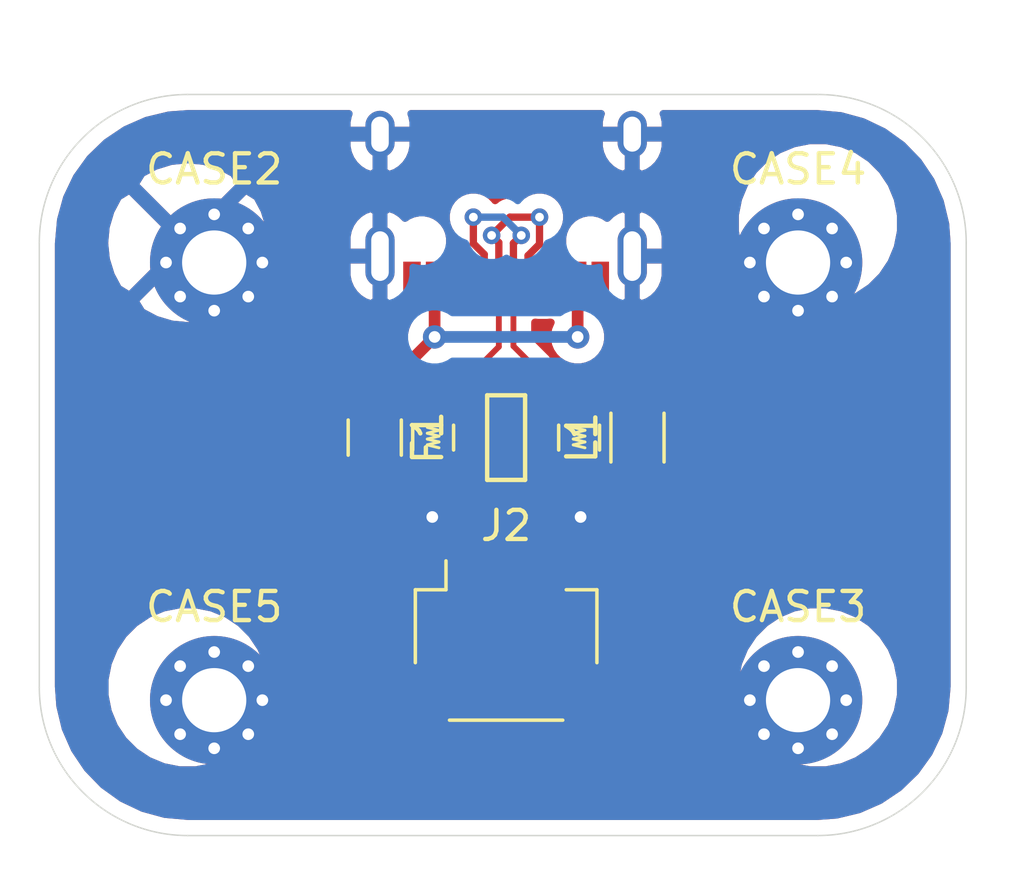
<source format=kicad_pcb>
(kicad_pcb (version 20171130) (host pcbnew "(5.1.10)-1")

  (general
    (thickness 0.8)
    (drawings 8)
    (tracks 43)
    (zones 0)
    (modules 11)
    (nets 14)
  )

  (page A3)
  (layers
    (0 F.Cu signal)
    (31 B.Cu signal)
    (32 B.Adhes user)
    (33 F.Adhes user)
    (34 B.Paste user)
    (35 F.Paste user)
    (36 B.SilkS user)
    (37 F.SilkS user)
    (38 B.Mask user)
    (39 F.Mask user)
    (40 Dwgs.User user)
    (41 Cmts.User user)
    (42 Eco1.User user)
    (43 Eco2.User user)
    (44 Edge.Cuts user)
    (45 Margin user)
    (46 B.CrtYd user)
    (47 F.CrtYd user hide)
    (48 B.Fab user)
    (49 F.Fab user hide)
  )

  (setup
    (last_trace_width 0.4)
    (user_trace_width 0.2)
    (user_trace_width 0.3)
    (user_trace_width 0.4)
    (user_trace_width 0.5)
    (user_trace_width 0.6)
    (user_trace_width 0.7)
    (user_trace_width 0.8)
    (user_trace_width 1)
    (user_trace_width 2)
    (user_trace_width 3)
    (trace_clearance 0.2)
    (zone_clearance 0.508)
    (zone_45_only no)
    (trace_min 0.2)
    (via_size 0.8)
    (via_drill 0.4)
    (via_min_size 0.4)
    (via_min_drill 0.3)
    (user_via 0.4 0.3)
    (user_via 0.6 0.3)
    (uvia_size 0.3)
    (uvia_drill 0.1)
    (uvias_allowed no)
    (uvia_min_size 0.2)
    (uvia_min_drill 0.1)
    (edge_width 0.05)
    (segment_width 0.2)
    (pcb_text_width 0.3)
    (pcb_text_size 1.5 1.5)
    (mod_edge_width 0.12)
    (mod_text_size 1 1)
    (mod_text_width 0.15)
    (pad_size 2.5 1.1)
    (pad_drill 0)
    (pad_to_mask_clearance 0)
    (aux_axis_origin 0 0)
    (visible_elements 7FFFF7FF)
    (pcbplotparams
      (layerselection 0x010fc_ffffffff)
      (usegerberextensions false)
      (usegerberattributes true)
      (usegerberadvancedattributes true)
      (creategerberjobfile true)
      (excludeedgelayer true)
      (linewidth 0.100000)
      (plotframeref false)
      (viasonmask false)
      (mode 1)
      (useauxorigin false)
      (hpglpennumber 1)
      (hpglpenspeed 20)
      (hpglpendiameter 15.000000)
      (psnegative false)
      (psa4output false)
      (plotreference true)
      (plotvalue true)
      (plotinvisibletext false)
      (padsonsilk false)
      (subtractmaskfromsilk false)
      (outputformat 1)
      (mirror false)
      (drillshape 1)
      (scaleselection 1)
      (outputdirectory ""))
  )

  (net 0 "")
  (net 1 GND)
  (net 2 +5V)
  (net 3 "Net-(F1-Pad1)")
  (net 4 "Net-(USB1-Pad3)")
  (net 5 "Net-(R107-Pad2)")
  (net 6 "Net-(USB1-Pad9)")
  (net 7 D+)
  (net 8 D-)
  (net 9 GNDPWR)
  (net 10 "Net-(CASE3-Pad1)")
  (net 11 "Net-(CASE4-Pad1)")
  (net 12 "Net-(CASE5-Pad1)")
  (net 13 "Net-(R1-Pad2)")

  (net_class Default "This is the default net class."
    (clearance 0.2)
    (trace_width 0.25)
    (via_dia 0.8)
    (via_drill 0.4)
    (uvia_dia 0.3)
    (uvia_drill 0.1)
    (add_net +5V)
    (add_net D+)
    (add_net D-)
    (add_net GND)
    (add_net GNDPWR)
    (add_net "Net-(CASE3-Pad1)")
    (add_net "Net-(CASE4-Pad1)")
    (add_net "Net-(CASE5-Pad1)")
    (add_net "Net-(F1-Pad1)")
    (add_net "Net-(R1-Pad2)")
    (add_net "Net-(R107-Pad2)")
    (add_net "Net-(USB1-Pad3)")
    (add_net "Net-(USB1-Pad9)")
  )

  (module sanproject-keyboard-part:R_0603 (layer F.Cu) (tedit 61520006) (tstamp 6160B8AC)
    (at 233.6292 109.0384 90)
    (descr "Resistor SMD 0603 (1608 Metric), square (rectangular) end terminal, IPC_7351 nominal, (Body size source: IPC-SM-782 page 72, https://www.pcb-3d.com/wordpress/wp-content/uploads/ipc-sm-782a_amendment_1_and_2.pdf), generated with kicad-footprint-generator")
    (tags resistor)
    (path /5B369C99)
    (attr smd)
    (fp_text reference R107 (at 0 -1.43 90) (layer F.Fab)
      (effects (font (size 1 1) (thickness 0.15)))
    )
    (fp_text value 5.1k (at 0 1.43 90) (layer F.Fab)
      (effects (font (size 1 1) (thickness 0.15)))
    )
    (fp_text user %R (at 0 0 90) (layer F.Fab)
      (effects (font (size 0.4 0.4) (thickness 0.06)))
    )
    (fp_line (start -0.8 0.4125) (end -0.8 -0.4125) (layer F.Fab) (width 0.1))
    (fp_line (start -0.8 -0.4125) (end 0.8 -0.4125) (layer F.Fab) (width 0.1))
    (fp_line (start 0.8 -0.4125) (end 0.8 0.4125) (layer F.Fab) (width 0.1))
    (fp_line (start 0.8 0.4125) (end -0.8 0.4125) (layer F.Fab) (width 0.1))
    (fp_line (start -0.425 -0.7) (end 0.425 -0.7) (layer F.SilkS) (width 0.12))
    (fp_line (start -0.425 0.7) (end 0.425 0.7) (layer F.SilkS) (width 0.12))
    (fp_line (start -1.48 0.73) (end -1.48 -0.73) (layer F.CrtYd) (width 0.05))
    (fp_line (start -1.48 -0.73) (end 1.48 -0.73) (layer F.CrtYd) (width 0.05))
    (fp_line (start 1.48 -0.73) (end 1.48 0.73) (layer F.CrtYd) (width 0.05))
    (fp_line (start 1.48 0.73) (end -1.48 0.73) (layer F.CrtYd) (width 0.05))
    (fp_line (start 0.25 0.2) (end 0.35 -0.2) (layer F.SilkS) (width 0.1))
    (fp_line (start -0.25 -0.2) (end -0.15 0.2) (layer F.SilkS) (width 0.1))
    (fp_line (start -0.35 0.2) (end -0.25 -0.2) (layer F.SilkS) (width 0.1))
    (fp_line (start -0.15 0.2) (end -0.05 -0.2) (layer F.SilkS) (width 0.1))
    (fp_line (start -0.05 -0.2) (end 0.05 0.2) (layer F.SilkS) (width 0.1))
    (fp_line (start 0.05 0.2) (end 0.15 -0.2) (layer F.SilkS) (width 0.1))
    (fp_line (start 0.15 -0.2) (end 0.25 0.2) (layer F.SilkS) (width 0.1))
    (pad 2 smd rect (at 0.825 0 90) (size 0.8 0.95) (layers F.Cu F.Paste F.Mask)
      (net 5 "Net-(R107-Pad2)"))
    (pad 1 smd rect (at -0.825 0 90) (size 0.8 0.95) (layers F.Cu F.Paste F.Mask)
      (net 9 GNDPWR))
    (model ${KISYS3DMOD}/Resistor_SMD.3dshapes/R_0603_1608Metric.wrl
      (at (xyz 0 0 0))
      (scale (xyz 1 1 1))
      (rotate (xyz 0 0 0))
    )
  )

  (module sanproject-keyboard-part:R_0603 (layer F.Cu) (tedit 61520006) (tstamp 6160CB85)
    (at 228.6292 109.0384 90)
    (descr "Resistor SMD 0603 (1608 Metric), square (rectangular) end terminal, IPC_7351 nominal, (Body size source: IPC-SM-782 page 72, https://www.pcb-3d.com/wordpress/wp-content/uploads/ipc-sm-782a_amendment_1_and_2.pdf), generated with kicad-footprint-generator")
    (tags resistor)
    (path /6165F6E9)
    (attr smd)
    (fp_text reference R1 (at 0 -1.43 90) (layer F.Fab)
      (effects (font (size 1 1) (thickness 0.15)))
    )
    (fp_text value 5.1k (at 0 1.43 90) (layer F.Fab)
      (effects (font (size 1 1) (thickness 0.15)))
    )
    (fp_text user %R (at 0 0 90) (layer F.Fab)
      (effects (font (size 0.4 0.4) (thickness 0.06)))
    )
    (fp_line (start -0.8 0.4125) (end -0.8 -0.4125) (layer F.Fab) (width 0.1))
    (fp_line (start -0.8 -0.4125) (end 0.8 -0.4125) (layer F.Fab) (width 0.1))
    (fp_line (start 0.8 -0.4125) (end 0.8 0.4125) (layer F.Fab) (width 0.1))
    (fp_line (start 0.8 0.4125) (end -0.8 0.4125) (layer F.Fab) (width 0.1))
    (fp_line (start -0.425 -0.7) (end 0.425 -0.7) (layer F.SilkS) (width 0.12))
    (fp_line (start -0.425 0.7) (end 0.425 0.7) (layer F.SilkS) (width 0.12))
    (fp_line (start -1.48 0.73) (end -1.48 -0.73) (layer F.CrtYd) (width 0.05))
    (fp_line (start -1.48 -0.73) (end 1.48 -0.73) (layer F.CrtYd) (width 0.05))
    (fp_line (start 1.48 -0.73) (end 1.48 0.73) (layer F.CrtYd) (width 0.05))
    (fp_line (start 1.48 0.73) (end -1.48 0.73) (layer F.CrtYd) (width 0.05))
    (fp_line (start 0.25 0.2) (end 0.35 -0.2) (layer F.SilkS) (width 0.1))
    (fp_line (start -0.25 -0.2) (end -0.15 0.2) (layer F.SilkS) (width 0.1))
    (fp_line (start -0.35 0.2) (end -0.25 -0.2) (layer F.SilkS) (width 0.1))
    (fp_line (start -0.15 0.2) (end -0.05 -0.2) (layer F.SilkS) (width 0.1))
    (fp_line (start -0.05 -0.2) (end 0.05 0.2) (layer F.SilkS) (width 0.1))
    (fp_line (start 0.05 0.2) (end 0.15 -0.2) (layer F.SilkS) (width 0.1))
    (fp_line (start 0.15 -0.2) (end 0.25 0.2) (layer F.SilkS) (width 0.1))
    (pad 2 smd rect (at 0.825 0 90) (size 0.8 0.95) (layers F.Cu F.Paste F.Mask)
      (net 13 "Net-(R1-Pad2)"))
    (pad 1 smd rect (at -0.825 0 90) (size 0.8 0.95) (layers F.Cu F.Paste F.Mask)
      (net 9 GNDPWR))
    (model ${KISYS3DMOD}/Resistor_SMD.3dshapes/R_0603_1608Metric.wrl
      (at (xyz 0 0 0))
      (scale (xyz 1 1 1))
      (rotate (xyz 0 0 0))
    )
  )

  (module Inductor_SMD:L_1206_3216Metric (layer F.Cu) (tedit 5F68FEF0) (tstamp 6160CF6C)
    (at 235.6292 109.0384 90)
    (descr "Inductor SMD 1206 (3216 Metric), square (rectangular) end terminal, IPC_7351 nominal, (Body size source: IPC-SM-782 page 80, https://www.pcb-3d.com/wordpress/wp-content/uploads/ipc-sm-782a_amendment_1_and_2.pdf), generated with kicad-footprint-generator")
    (tags inductor)
    (path /61640991)
    (attr smd)
    (fp_text reference L1 (at 0 -1.9 90) (layer F.SilkS)
      (effects (font (size 1 1) (thickness 0.15)))
    )
    (fp_text value L_Core_Ferrite (at 0 1.9 90) (layer F.Fab)
      (effects (font (size 1 1) (thickness 0.15)))
    )
    (fp_text user %R (at 0 0 90) (layer F.Fab)
      (effects (font (size 0.8 0.8) (thickness 0.12)))
    )
    (fp_line (start -1.6 0.8) (end -1.6 -0.8) (layer F.Fab) (width 0.1))
    (fp_line (start -1.6 -0.8) (end 1.6 -0.8) (layer F.Fab) (width 0.1))
    (fp_line (start 1.6 -0.8) (end 1.6 0.8) (layer F.Fab) (width 0.1))
    (fp_line (start 1.6 0.8) (end -1.6 0.8) (layer F.Fab) (width 0.1))
    (fp_line (start -0.835242 -0.91) (end 0.835242 -0.91) (layer F.SilkS) (width 0.12))
    (fp_line (start -0.835242 0.91) (end 0.835242 0.91) (layer F.SilkS) (width 0.12))
    (fp_line (start -2.35 1.2) (end -2.35 -1.2) (layer F.CrtYd) (width 0.05))
    (fp_line (start -2.35 -1.2) (end 2.35 -1.2) (layer F.CrtYd) (width 0.05))
    (fp_line (start 2.35 -1.2) (end 2.35 1.2) (layer F.CrtYd) (width 0.05))
    (fp_line (start 2.35 1.2) (end -2.35 1.2) (layer F.CrtYd) (width 0.05))
    (pad 2 smd roundrect (at 1.575 0 90) (size 1.05 1.9) (layers F.Cu F.Paste F.Mask) (roundrect_rratio 0.238095)
      (net 9 GNDPWR))
    (pad 1 smd roundrect (at -1.575 0 90) (size 1.05 1.9) (layers F.Cu F.Paste F.Mask) (roundrect_rratio 0.238095)
      (net 1 GND))
    (model ${KISYS3DMOD}/Inductor_SMD.3dshapes/L_1206_3216Metric.wrl
      (at (xyz 0 0 0))
      (scale (xyz 1 1 1))
      (rotate (xyz 0 0 0))
    )
  )

  (module Fuse:Fuse_1206_3216Metric (layer F.Cu) (tedit 5F68FEF1) (tstamp 6160B860)
    (at 226.6292 109.0384 270)
    (descr "Fuse SMD 1206 (3216 Metric), square (rectangular) end terminal, IPC_7351 nominal, (Body size source: http://www.tortai-tech.com/upload/download/2011102023233369053.pdf), generated with kicad-footprint-generator")
    (tags fuse)
    (path /60FCA2D6)
    (attr smd)
    (fp_text reference F1 (at 0 -1.82 90) (layer F.SilkS)
      (effects (font (size 1 1) (thickness 0.15)))
    )
    (fp_text value "1206 @ 500mA" (at 0 1.82 90) (layer F.Fab)
      (effects (font (size 1 1) (thickness 0.15)))
    )
    (fp_text user %R (at 0 0 90) (layer F.Fab)
      (effects (font (size 0.8 0.8) (thickness 0.12)))
    )
    (fp_line (start -1.6 0.8) (end -1.6 -0.8) (layer F.Fab) (width 0.1))
    (fp_line (start -1.6 -0.8) (end 1.6 -0.8) (layer F.Fab) (width 0.1))
    (fp_line (start 1.6 -0.8) (end 1.6 0.8) (layer F.Fab) (width 0.1))
    (fp_line (start 1.6 0.8) (end -1.6 0.8) (layer F.Fab) (width 0.1))
    (fp_line (start -0.602064 -0.91) (end 0.602064 -0.91) (layer F.SilkS) (width 0.12))
    (fp_line (start -0.602064 0.91) (end 0.602064 0.91) (layer F.SilkS) (width 0.12))
    (fp_line (start -2.28 1.12) (end -2.28 -1.12) (layer F.CrtYd) (width 0.05))
    (fp_line (start -2.28 -1.12) (end 2.28 -1.12) (layer F.CrtYd) (width 0.05))
    (fp_line (start 2.28 -1.12) (end 2.28 1.12) (layer F.CrtYd) (width 0.05))
    (fp_line (start 2.28 1.12) (end -2.28 1.12) (layer F.CrtYd) (width 0.05))
    (pad 2 smd roundrect (at 1.4 0 270) (size 1.25 1.75) (layers F.Cu F.Paste F.Mask) (roundrect_rratio 0.2)
      (net 2 +5V))
    (pad 1 smd roundrect (at -1.4 0 270) (size 1.25 1.75) (layers F.Cu F.Paste F.Mask) (roundrect_rratio 0.2)
      (net 3 "Net-(F1-Pad1)"))
    (model ${KISYS3DMOD}/Fuse.3dshapes/Fuse_1206_3216Metric.wrl
      (at (xyz 0 0 0))
      (scale (xyz 1 1 1))
      (rotate (xyz 0 0 0))
    )
  )

  (module sanproject-keyboard-part:HRO-TYPE-C-31-M-12-Assembly (layer F.Cu) (tedit 615202D9) (tstamp 61604F0E)
    (at 231.1292 96.0384 180)
    (path /5B361237)
    (fp_text reference USB1 (at 0 -9.25) (layer F.Fab)
      (effects (font (size 1 1) (thickness 0.15)))
    )
    (fp_text value HRO-TYPE-C-31-M-12 (at 0 1.15) (layer Dwgs.User)
      (effects (font (size 1 1) (thickness 0.15)))
    )
    (fp_text user %R (at 0 -9.25) (layer F.Fab)
      (effects (font (size 1 1) (thickness 0.15)))
    )
    (fp_line (start 3.75 -8.5) (end 3.75 -7.5) (layer F.CrtYd) (width 0.15))
    (fp_line (start -3.75 -8.5) (end 3.75 -8.5) (layer F.CrtYd) (width 0.15))
    (fp_line (start -3.75 -7.5) (end -3.75 -8.5) (layer F.CrtYd) (width 0.15))
    (fp_line (start -4.5 0) (end -4.5 -7.5) (layer F.CrtYd) (width 0.15))
    (fp_line (start 4.5 0) (end -4.5 0) (layer F.CrtYd) (width 0.15))
    (fp_line (start 4.5 -7.5) (end 4.5 0) (layer F.CrtYd) (width 0.15))
    (fp_line (start -4.5 -7.5) (end 4.5 -7.5) (layer F.CrtYd) (width 0.15))
    (fp_line (start -4.47 0) (end 4.47 0) (layer Dwgs.User) (width 0.15))
    (fp_line (start -4.47 0) (end -4.47 -7.3) (layer Dwgs.User) (width 0.15))
    (fp_line (start 4.47 0) (end 4.47 -7.3) (layer Dwgs.User) (width 0.15))
    (fp_line (start -4.47 -7.3) (end 4.47 -7.3) (layer Dwgs.User) (width 0.15))
    (pad 12 smd rect (at 3.225 -7.695 180) (size 0.6 1.45) (layers F.Cu F.Paste F.Mask)
      (net 9 GNDPWR))
    (pad 1 smd rect (at -3.225 -7.695 180) (size 0.6 1.45) (layers F.Cu F.Paste F.Mask)
      (net 9 GNDPWR))
    (pad 11 smd rect (at 2.45 -7.695 180) (size 0.6 1.45) (layers F.Cu F.Paste F.Mask)
      (net 3 "Net-(F1-Pad1)"))
    (pad 2 smd rect (at -2.45 -7.695 180) (size 0.6 1.45) (layers F.Cu F.Paste F.Mask)
      (net 3 "Net-(F1-Pad1)"))
    (pad 3 smd rect (at -1.75 -7.695 180) (size 0.3 1.45) (layers F.Cu F.Paste F.Mask)
      (net 4 "Net-(USB1-Pad3)"))
    (pad 10 smd rect (at 1.75 -7.695 180) (size 0.3 1.45) (layers F.Cu F.Paste F.Mask)
      (net 13 "Net-(R1-Pad2)"))
    (pad 4 smd rect (at -1.25 -7.695 180) (size 0.3 1.45) (layers F.Cu F.Paste F.Mask)
      (net 5 "Net-(R107-Pad2)"))
    (pad 9 smd rect (at 1.25 -7.695 180) (size 0.3 1.45) (layers F.Cu F.Paste F.Mask)
      (net 6 "Net-(USB1-Pad9)"))
    (pad 5 smd rect (at -0.75 -7.695 180) (size 0.3 1.45) (layers F.Cu F.Paste F.Mask)
      (net 8 D-))
    (pad 8 smd rect (at 0.75 -7.695 180) (size 0.3 1.45) (layers F.Cu F.Paste F.Mask)
      (net 7 D+))
    (pad 7 smd rect (at 0.25 -7.695 180) (size 0.3 1.45) (layers F.Cu F.Paste F.Mask)
      (net 8 D-))
    (pad 6 smd rect (at -0.25 -7.695 180) (size 0.3 1.45) (layers F.Cu F.Paste F.Mask)
      (net 7 D+))
    (pad "" np_thru_hole circle (at 2.89 -6.25 180) (size 0.65 0.65) (drill 0.65) (layers *.Cu *.Mask))
    (pad "" np_thru_hole circle (at -2.89 -6.25 180) (size 0.65 0.65) (drill 0.65) (layers *.Cu *.Mask))
    (pad 13 thru_hole oval (at -4.32 -6.78 180) (size 1 2.1) (drill oval 0.6 1.7) (layers *.Cu *.Mask)
      (net 9 GNDPWR))
    (pad 13 thru_hole oval (at 4.32 -6.78 180) (size 1 2.1) (drill oval 0.6 1.7) (layers *.Cu *.Mask)
      (net 9 GNDPWR))
    (pad 13 thru_hole oval (at -4.32 -2.6 180) (size 1 1.6) (drill oval 0.6 1.2) (layers *.Cu *.Mask)
      (net 9 GNDPWR))
    (pad 13 thru_hole oval (at 4.32 -2.6 180) (size 1 1.6) (drill oval 0.6 1.2) (layers *.Cu *.Mask)
      (net 9 GNDPWR))
  )

  (module sanproject-keyboard-part:SOT143B (layer F.Cu) (tedit 6152033F) (tstamp 61604EEC)
    (at 231.1292 109.0384 180)
    (path /5F3898FF)
    (attr smd)
    (fp_text reference U5 (at 0 2.45) (layer F.Fab)
      (effects (font (size 1 1) (thickness 0.15)))
    )
    (fp_text value PRTR5V0U2X (at 0 -2.3) (layer F.Fab)
      (effects (font (size 1 1) (thickness 0.15)))
    )
    (fp_line (start 0.65 -1.45) (end 0.65 1.45) (layer F.SilkS) (width 0.15))
    (fp_line (start 0.65 -1.45) (end -0.65 -1.45) (layer F.SilkS) (width 0.15))
    (fp_line (start -0.65 -1.45) (end -0.65 1.45) (layer F.SilkS) (width 0.15))
    (fp_line (start -0.65 1.45) (end 0.65 1.45) (layer F.SilkS) (width 0.15))
    (fp_line (start 1.45 -1.45) (end 1.45 1.45) (layer F.Fab) (width 0.15))
    (fp_line (start 1.45 1.45) (end -1.45 1.45) (layer F.Fab) (width 0.15))
    (fp_line (start -1.45 1.45) (end -1.45 -1.45) (layer F.Fab) (width 0.15))
    (fp_line (start -1.45 -1.45) (end 1.45 -1.45) (layer F.Fab) (width 0.15))
    (fp_line (start 0.65 -1.45) (end 0.65 1.45) (layer F.Fab) (width 0.15))
    (fp_line (start -0.65 1.45) (end -0.65 -1.45) (layer F.Fab) (width 0.15))
    (fp_line (start -0.65 -0.1) (end -1.45 -0.1) (layer F.Fab) (width 0.15))
    (fp_line (start -1.45 0.55) (end -0.65 0.55) (layer F.Fab) (width 0.15))
    (fp_line (start 0.65 -0.55) (end 1.45 -0.55) (layer F.Fab) (width 0.15))
    (fp_line (start 1.45 0.55) (end 0.65 0.55) (layer F.Fab) (width 0.15))
    (pad 1 smd rect (at -1 -0.75 90) (size 1 0.7) (layers F.Cu F.Paste F.Mask)
      (net 9 GNDPWR))
    (pad 4 smd rect (at 1 -0.95 90) (size 0.6 0.7) (layers F.Cu F.Paste F.Mask)
      (net 2 +5V))
    (pad 2 smd rect (at -1 0.95 90) (size 0.6 0.7) (layers F.Cu F.Paste F.Mask)
      (net 7 D+))
    (pad 3 smd rect (at 1 0.95 90) (size 0.6 0.7) (layers F.Cu F.Paste F.Mask)
      (net 8 D-))
    (model ${KISYS3DMOD}/Package_TO_SOT_SMD.3dshapes/SOT-143.step
      (at (xyz 0 0 0))
      (scale (xyz 1 1 1))
      (rotate (xyz 0 0 0))
    )
  )

  (module Connector_JST:JST_SH_SM04B-SRSS-TB_1x04-1MP_P1.00mm_Horizontal (layer F.Cu) (tedit 5B78AD87) (tstamp 612E7F77)
    (at 231.1292 116.0384)
    (descr "JST SH series connector, SM04B-SRSS-TB (http://www.jst-mfg.com/product/pdf/eng/eSH.pdf), generated with kicad-footprint-generator")
    (tags "connector JST SH top entry")
    (path /61428FBB)
    (attr smd)
    (fp_text reference J2 (at 0 -3.98) (layer F.SilkS)
      (effects (font (size 1 1) (thickness 0.15)))
    )
    (fp_text value 4P4C (at 0 3.98) (layer F.Fab)
      (effects (font (size 1 1) (thickness 0.15)))
    )
    (fp_line (start -3 -1.675) (end 3 -1.675) (layer F.Fab) (width 0.1))
    (fp_line (start -3.11 0.715) (end -3.11 -1.785) (layer F.SilkS) (width 0.12))
    (fp_line (start -3.11 -1.785) (end -2.06 -1.785) (layer F.SilkS) (width 0.12))
    (fp_line (start -2.06 -1.785) (end -2.06 -2.775) (layer F.SilkS) (width 0.12))
    (fp_line (start 3.11 0.715) (end 3.11 -1.785) (layer F.SilkS) (width 0.12))
    (fp_line (start 3.11 -1.785) (end 2.06 -1.785) (layer F.SilkS) (width 0.12))
    (fp_line (start -1.94 2.685) (end 1.94 2.685) (layer F.SilkS) (width 0.12))
    (fp_line (start -3 2.575) (end 3 2.575) (layer F.Fab) (width 0.1))
    (fp_line (start -3 -1.675) (end -3 2.575) (layer F.Fab) (width 0.1))
    (fp_line (start 3 -1.675) (end 3 2.575) (layer F.Fab) (width 0.1))
    (fp_line (start -3.9 -3.28) (end -3.9 3.28) (layer F.CrtYd) (width 0.05))
    (fp_line (start -3.9 3.28) (end 3.9 3.28) (layer F.CrtYd) (width 0.05))
    (fp_line (start 3.9 3.28) (end 3.9 -3.28) (layer F.CrtYd) (width 0.05))
    (fp_line (start 3.9 -3.28) (end -3.9 -3.28) (layer F.CrtYd) (width 0.05))
    (fp_line (start -2 -1.675) (end -1.5 -0.967893) (layer F.Fab) (width 0.1))
    (fp_line (start -1.5 -0.967893) (end -1 -1.675) (layer F.Fab) (width 0.1))
    (fp_text user %R (at 0 0) (layer F.Fab)
      (effects (font (size 1 1) (thickness 0.15)))
    )
    (pad MP smd roundrect (at 2.8 1.875) (size 1.2 1.8) (layers F.Cu F.Paste F.Mask) (roundrect_rratio 0.208333))
    (pad MP smd roundrect (at -2.8 1.875) (size 1.2 1.8) (layers F.Cu F.Paste F.Mask) (roundrect_rratio 0.208333))
    (pad 4 smd roundrect (at 1.5 -2) (size 0.6 1.55) (layers F.Cu F.Paste F.Mask) (roundrect_rratio 0.25)
      (net 1 GND))
    (pad 3 smd roundrect (at 0.5 -2) (size 0.6 1.55) (layers F.Cu F.Paste F.Mask) (roundrect_rratio 0.25)
      (net 8 D-))
    (pad 2 smd roundrect (at -0.5 -2) (size 0.6 1.55) (layers F.Cu F.Paste F.Mask) (roundrect_rratio 0.25)
      (net 8 D-))
    (pad 1 smd roundrect (at -1.5 -2) (size 0.6 1.55) (layers F.Cu F.Paste F.Mask) (roundrect_rratio 0.25)
      (net 2 +5V))
    (model ${KISYS3DMOD}/Connector_JST.3dshapes/JST_SH_SM04B-SRSS-TB_1x04-1MP_P1.00mm_Horizontal.wrl
      (at (xyz 0 0 0))
      (scale (xyz 1 1 1))
      (rotate (xyz 0 0 0))
    )
    (model "D:/Kicad/3D step/SM04B-SRSS-TB.STEP"
      (offset (xyz 0 1.3 -0.5))
      (scale (xyz 1 1 1))
      (rotate (xyz -90 0 0))
    )
  )

  (module MountingHole:MountingHole_2.2mm_M2_Pad_Via (layer F.Cu) (tedit 56DDB9C7) (tstamp 612E1342)
    (at 221.1292 103.0384)
    (descr "Mounting Hole 2.2mm, M2")
    (tags "mounting hole 2.2mm m2")
    (path /61E1F1C4)
    (attr virtual)
    (fp_text reference CASE2 (at 0 -3.2) (layer F.SilkS)
      (effects (font (size 1 1) (thickness 0.15)))
    )
    (fp_text value "ESD inrush" (at 0 3.2) (layer F.Fab)
      (effects (font (size 1 1) (thickness 0.15)))
    )
    (fp_circle (center 0 0) (end 2.2 0) (layer Cmts.User) (width 0.15))
    (fp_circle (center 0 0) (end 2.45 0) (layer F.CrtYd) (width 0.05))
    (fp_text user %R (at 0.3 0) (layer F.Fab)
      (effects (font (size 1 1) (thickness 0.15)))
    )
    (pad 1 thru_hole circle (at 0 0) (size 4.4 4.4) (drill 2.2) (layers *.Cu *.Mask)
      (net 9 GNDPWR))
    (pad 1 thru_hole circle (at 1.65 0) (size 0.7 0.7) (drill 0.4) (layers *.Cu *.Mask)
      (net 9 GNDPWR))
    (pad 1 thru_hole circle (at 1.166726 1.166726) (size 0.7 0.7) (drill 0.4) (layers *.Cu *.Mask)
      (net 9 GNDPWR))
    (pad 1 thru_hole circle (at 0 1.65) (size 0.7 0.7) (drill 0.4) (layers *.Cu *.Mask)
      (net 9 GNDPWR))
    (pad 1 thru_hole circle (at -1.166726 1.166726) (size 0.7 0.7) (drill 0.4) (layers *.Cu *.Mask)
      (net 9 GNDPWR))
    (pad 1 thru_hole circle (at -1.65 0) (size 0.7 0.7) (drill 0.4) (layers *.Cu *.Mask)
      (net 9 GNDPWR))
    (pad 1 thru_hole circle (at -1.166726 -1.166726) (size 0.7 0.7) (drill 0.4) (layers *.Cu *.Mask)
      (net 9 GNDPWR))
    (pad 1 thru_hole circle (at 0 -1.65) (size 0.7 0.7) (drill 0.4) (layers *.Cu *.Mask)
      (net 9 GNDPWR))
    (pad 1 thru_hole circle (at 1.166726 -1.166726) (size 0.7 0.7) (drill 0.4) (layers *.Cu *.Mask)
      (net 9 GNDPWR))
  )

  (module MountingHole:MountingHole_2.2mm_M2_Pad_Via (layer F.Cu) (tedit 56DDB9C7) (tstamp 612E1362)
    (at 241.1292 103.0384)
    (descr "Mounting Hole 2.2mm, M2")
    (tags "mounting hole 2.2mm m2")
    (path /62104684)
    (attr virtual)
    (fp_text reference CASE4 (at 0 -3.2) (layer F.SilkS)
      (effects (font (size 1 1) (thickness 0.15)))
    )
    (fp_text value "ESD inrush" (at 0 3.2) (layer F.Fab)
      (effects (font (size 1 1) (thickness 0.15)))
    )
    (fp_circle (center 0 0) (end 2.2 0) (layer Cmts.User) (width 0.15))
    (fp_circle (center 0 0) (end 2.45 0) (layer F.CrtYd) (width 0.05))
    (fp_text user %R (at 0.3 0) (layer F.Fab)
      (effects (font (size 1 1) (thickness 0.15)))
    )
    (pad 1 thru_hole circle (at 0 0) (size 4.4 4.4) (drill 2.2) (layers *.Cu *.Mask)
      (net 11 "Net-(CASE4-Pad1)"))
    (pad 1 thru_hole circle (at 1.65 0) (size 0.7 0.7) (drill 0.4) (layers *.Cu *.Mask)
      (net 11 "Net-(CASE4-Pad1)"))
    (pad 1 thru_hole circle (at 1.166726 1.166726) (size 0.7 0.7) (drill 0.4) (layers *.Cu *.Mask)
      (net 11 "Net-(CASE4-Pad1)"))
    (pad 1 thru_hole circle (at 0 1.65) (size 0.7 0.7) (drill 0.4) (layers *.Cu *.Mask)
      (net 11 "Net-(CASE4-Pad1)"))
    (pad 1 thru_hole circle (at -1.166726 1.166726) (size 0.7 0.7) (drill 0.4) (layers *.Cu *.Mask)
      (net 11 "Net-(CASE4-Pad1)"))
    (pad 1 thru_hole circle (at -1.65 0) (size 0.7 0.7) (drill 0.4) (layers *.Cu *.Mask)
      (net 11 "Net-(CASE4-Pad1)"))
    (pad 1 thru_hole circle (at -1.166726 -1.166726) (size 0.7 0.7) (drill 0.4) (layers *.Cu *.Mask)
      (net 11 "Net-(CASE4-Pad1)"))
    (pad 1 thru_hole circle (at 0 -1.65) (size 0.7 0.7) (drill 0.4) (layers *.Cu *.Mask)
      (net 11 "Net-(CASE4-Pad1)"))
    (pad 1 thru_hole circle (at 1.166726 -1.166726) (size 0.7 0.7) (drill 0.4) (layers *.Cu *.Mask)
      (net 11 "Net-(CASE4-Pad1)"))
  )

  (module MountingHole:MountingHole_2.2mm_M2_Pad_Via (layer F.Cu) (tedit 56DDB9C7) (tstamp 612E1352)
    (at 241.1292 118.0384)
    (descr "Mounting Hole 2.2mm, M2")
    (tags "mounting hole 2.2mm m2")
    (path /620BA0F2)
    (attr virtual)
    (fp_text reference CASE3 (at 0 -3.2) (layer F.SilkS)
      (effects (font (size 1 1) (thickness 0.15)))
    )
    (fp_text value "ESD inrush" (at 0 3.2) (layer F.Fab)
      (effects (font (size 1 1) (thickness 0.15)))
    )
    (fp_circle (center 0 0) (end 2.2 0) (layer Cmts.User) (width 0.15))
    (fp_circle (center 0 0) (end 2.45 0) (layer F.CrtYd) (width 0.05))
    (fp_text user %R (at 0.3 0) (layer F.Fab)
      (effects (font (size 1 1) (thickness 0.15)))
    )
    (pad 1 thru_hole circle (at 0 0) (size 4.4 4.4) (drill 2.2) (layers *.Cu *.Mask)
      (net 10 "Net-(CASE3-Pad1)"))
    (pad 1 thru_hole circle (at 1.65 0) (size 0.7 0.7) (drill 0.4) (layers *.Cu *.Mask)
      (net 10 "Net-(CASE3-Pad1)"))
    (pad 1 thru_hole circle (at 1.166726 1.166726) (size 0.7 0.7) (drill 0.4) (layers *.Cu *.Mask)
      (net 10 "Net-(CASE3-Pad1)"))
    (pad 1 thru_hole circle (at 0 1.65) (size 0.7 0.7) (drill 0.4) (layers *.Cu *.Mask)
      (net 10 "Net-(CASE3-Pad1)"))
    (pad 1 thru_hole circle (at -1.166726 1.166726) (size 0.7 0.7) (drill 0.4) (layers *.Cu *.Mask)
      (net 10 "Net-(CASE3-Pad1)"))
    (pad 1 thru_hole circle (at -1.65 0) (size 0.7 0.7) (drill 0.4) (layers *.Cu *.Mask)
      (net 10 "Net-(CASE3-Pad1)"))
    (pad 1 thru_hole circle (at -1.166726 -1.166726) (size 0.7 0.7) (drill 0.4) (layers *.Cu *.Mask)
      (net 10 "Net-(CASE3-Pad1)"))
    (pad 1 thru_hole circle (at 0 -1.65) (size 0.7 0.7) (drill 0.4) (layers *.Cu *.Mask)
      (net 10 "Net-(CASE3-Pad1)"))
    (pad 1 thru_hole circle (at 1.166726 -1.166726) (size 0.7 0.7) (drill 0.4) (layers *.Cu *.Mask)
      (net 10 "Net-(CASE3-Pad1)"))
  )

  (module MountingHole:MountingHole_2.2mm_M2_Pad_Via (layer F.Cu) (tedit 56DDB9C7) (tstamp 612E1372)
    (at 221.1292 118.0384)
    (descr "Mounting Hole 2.2mm, M2")
    (tags "mounting hole 2.2mm m2")
    (path /6214E627)
    (attr virtual)
    (fp_text reference CASE5 (at 0 -3.2) (layer F.SilkS)
      (effects (font (size 1 1) (thickness 0.15)))
    )
    (fp_text value "ESD inrush" (at 0 3.2) (layer F.Fab)
      (effects (font (size 1 1) (thickness 0.15)))
    )
    (fp_circle (center 0 0) (end 2.2 0) (layer Cmts.User) (width 0.15))
    (fp_circle (center 0 0) (end 2.45 0) (layer F.CrtYd) (width 0.05))
    (fp_text user %R (at 0.3 0) (layer F.Fab)
      (effects (font (size 1 1) (thickness 0.15)))
    )
    (pad 1 thru_hole circle (at 0 0) (size 4.4 4.4) (drill 2.2) (layers *.Cu *.Mask)
      (net 12 "Net-(CASE5-Pad1)"))
    (pad 1 thru_hole circle (at 1.65 0) (size 0.7 0.7) (drill 0.4) (layers *.Cu *.Mask)
      (net 12 "Net-(CASE5-Pad1)"))
    (pad 1 thru_hole circle (at 1.166726 1.166726) (size 0.7 0.7) (drill 0.4) (layers *.Cu *.Mask)
      (net 12 "Net-(CASE5-Pad1)"))
    (pad 1 thru_hole circle (at 0 1.65) (size 0.7 0.7) (drill 0.4) (layers *.Cu *.Mask)
      (net 12 "Net-(CASE5-Pad1)"))
    (pad 1 thru_hole circle (at -1.166726 1.166726) (size 0.7 0.7) (drill 0.4) (layers *.Cu *.Mask)
      (net 12 "Net-(CASE5-Pad1)"))
    (pad 1 thru_hole circle (at -1.65 0) (size 0.7 0.7) (drill 0.4) (layers *.Cu *.Mask)
      (net 12 "Net-(CASE5-Pad1)"))
    (pad 1 thru_hole circle (at -1.166726 -1.166726) (size 0.7 0.7) (drill 0.4) (layers *.Cu *.Mask)
      (net 12 "Net-(CASE5-Pad1)"))
    (pad 1 thru_hole circle (at 0 -1.65) (size 0.7 0.7) (drill 0.4) (layers *.Cu *.Mask)
      (net 12 "Net-(CASE5-Pad1)"))
    (pad 1 thru_hole circle (at 1.166726 -1.166726) (size 0.7 0.7) (drill 0.4) (layers *.Cu *.Mask)
      (net 12 "Net-(CASE5-Pad1)"))
  )

  (gr_line (start 241.8092 97.2784) (end 220.2192 97.2784) (layer Edge.Cuts) (width 0.05))
  (gr_arc (start 220.2192 102.3584) (end 220.2192 97.2784) (angle -90) (layer Edge.Cuts) (width 0.05))
  (gr_arc (start 241.8092 117.5984) (end 241.8092 122.6784) (angle -90) (layer Edge.Cuts) (width 0.05))
  (gr_arc (start 220.2192 117.5984) (end 215.1392 117.5984) (angle -90) (layer Edge.Cuts) (width 0.05))
  (gr_line (start 246.8892 102.3584) (end 246.8892 117.5984) (layer Edge.Cuts) (width 0.05) (tstamp 612EEDA9))
  (gr_arc (start 241.8092 102.3584) (end 246.8892 102.3584) (angle -90) (layer Edge.Cuts) (width 0.05))
  (gr_line (start 220.2192 122.6784) (end 241.8092 122.6784) (layer Edge.Cuts) (width 0.05) (tstamp 612EE4AE))
  (gr_line (start 215.1392 102.3584) (end 215.1392 117.5984) (layer Edge.Cuts) (width 0.05) (tstamp 612EEDAA))

  (segment (start 232.6292 114.0384) (end 234.9424 114.0384) (width 0.4) (layer F.Cu) (net 1))
  (segment (start 235.6292 113.3516) (end 235.6292 110.6134) (width 0.4) (layer F.Cu) (net 1))
  (segment (start 234.9424 114.0384) (end 235.6292 113.3516) (width 0.4) (layer F.Cu) (net 1))
  (segment (start 230.1292 109.9884) (end 230.1292 111.2722) (width 0.4) (layer F.Cu) (net 2))
  (segment (start 229.6292 111.7722) (end 229.6292 114.0384) (width 0.4) (layer F.Cu) (net 2))
  (segment (start 230.1292 111.2722) (end 229.6292 111.7722) (width 0.4) (layer F.Cu) (net 2))
  (segment (start 226.6292 113.3452) (end 226.6292 110.4384) (width 0.4) (layer F.Cu) (net 2))
  (segment (start 227.3224 114.0384) (end 226.6292 113.3452) (width 0.4) (layer F.Cu) (net 2))
  (segment (start 229.6292 114.0384) (end 227.3224 114.0384) (width 0.4) (layer F.Cu) (net 2))
  (segment (start 228.6792 103.7334) (end 228.6792 105.5884) (width 0.4) (layer F.Cu) (net 3))
  (segment (start 228.6792 105.5884) (end 228.6792 105.5884) (width 0.4) (layer F.Cu) (net 3) (tstamp 6160CF1C))
  (via (at 228.6792 105.5884) (size 0.8) (drill 0.4) (layers F.Cu B.Cu) (net 3))
  (segment (start 228.6792 105.5884) (end 226.6292 107.6384) (width 0.4) (layer F.Cu) (net 3))
  (segment (start 233.5792 103.7334) (end 233.5792 105.5884) (width 0.4) (layer F.Cu) (net 3))
  (segment (start 233.5792 105.5884) (end 233.5792 105.5884) (width 0.4) (layer F.Cu) (net 3) (tstamp 6160D282))
  (via (at 233.5792 105.5884) (size 0.8) (drill 0.4) (layers F.Cu B.Cu) (net 3))
  (segment (start 233.5792 105.5884) (end 228.6792 105.5884) (width 0.4) (layer B.Cu) (net 3))
  (segment (start 231.3792 105.9032) (end 232.1292 106.6532) (width 0.2) (layer F.Cu) (net 7))
  (segment (start 231.3792 103.7334) (end 231.3792 105.9032) (width 0.2) (layer F.Cu) (net 7))
  (segment (start 232.1292 106.6532) (end 232.1292 108.0884) (width 0.2) (layer F.Cu) (net 7))
  (via (at 230.007 101.483) (size 0.6) (drill 0.3) (layers F.Cu B.Cu) (net 7))
  (segment (start 230.007 102.3862) (end 230.007 101.483) (width 0.25) (layer F.Cu) (net 7))
  (segment (start 230.3792 102.7584) (end 230.007 102.3862) (width 0.25) (layer F.Cu) (net 7))
  (segment (start 230.3792 103.7334) (end 230.3792 102.7584) (width 0.25) (layer F.Cu) (net 7))
  (via (at 231.648 102.108) (size 0.6) (drill 0.3) (layers F.Cu B.Cu) (net 7))
  (segment (start 231.3792 102.3768) (end 231.648 102.108) (width 0.25) (layer F.Cu) (net 7))
  (segment (start 231.3792 103.7334) (end 231.3792 102.3768) (width 0.25) (layer F.Cu) (net 7))
  (segment (start 231.023 101.483) (end 230.007 101.483) (width 0.25) (layer B.Cu) (net 7))
  (segment (start 231.648 102.108) (end 231.023 101.483) (width 0.25) (layer B.Cu) (net 7))
  (segment (start 230.1292 106.6748) (end 230.8792 105.9248) (width 0.2) (layer F.Cu) (net 8))
  (segment (start 230.8792 105.9248) (end 230.8792 103.7334) (width 0.2) (layer F.Cu) (net 8))
  (segment (start 230.1292 108.0884) (end 230.1292 106.6748) (width 0.2) (layer F.Cu) (net 8))
  (via (at 230.632 102.108) (size 0.6) (drill 0.3) (layers F.Cu B.Cu) (net 8))
  (segment (start 230.8792 102.3552) (end 230.632 102.108) (width 0.25) (layer F.Cu) (net 8))
  (segment (start 230.8792 103.7334) (end 230.8792 102.3552) (width 0.25) (layer F.Cu) (net 8))
  (via (at 232.273 101.483) (size 0.6) (drill 0.3) (layers F.Cu B.Cu) (net 8))
  (segment (start 232.273 102.408002) (end 232.273 101.483) (width 0.25) (layer F.Cu) (net 8))
  (segment (start 231.8792 102.801802) (end 232.273 102.408002) (width 0.25) (layer F.Cu) (net 8))
  (segment (start 231.8792 103.7334) (end 231.8792 102.801802) (width 0.25) (layer F.Cu) (net 8))
  (segment (start 231.257 101.483) (end 230.632 102.108) (width 0.25) (layer F.Cu) (net 8))
  (segment (start 232.273 101.483) (end 231.257 101.483) (width 0.25) (layer F.Cu) (net 8))
  (via (at 228.6 111.76) (size 0.8) (drill 0.4) (layers F.Cu B.Cu) (net 9))
  (via (at 233.68 111.76) (size 0.8) (drill 0.4) (layers F.Cu B.Cu) (net 9))

  (zone (net 9) (net_name GNDPWR) (layer F.Cu) (tstamp 0) (hatch edge 0.508)
    (connect_pads (clearance 0.508))
    (min_thickness 0.254)
    (fill yes (arc_segments 32) (thermal_gap 0.508) (thermal_bridge_width 0.508))
    (polygon
      (pts
        (xy 248.8692 124.0663) (xy 213.7918 124.0663) (xy 213.7918 96.5073) (xy 248.8692 96.5073)
      )
    )
    (filled_polygon
      (pts
        (xy 225.720785 97.992413) (xy 225.6742 98.2114) (xy 225.6742 98.5114) (xy 226.6822 98.5114) (xy 226.6822 98.4914)
        (xy 226.9362 98.4914) (xy 226.9362 98.5114) (xy 227.9442 98.5114) (xy 227.9442 98.2114) (xy 227.897615 97.992413)
        (xy 227.874399 97.9384) (xy 234.384001 97.9384) (xy 234.360785 97.992413) (xy 234.3142 98.2114) (xy 234.3142 98.5114)
        (xy 235.3222 98.5114) (xy 235.3222 98.4914) (xy 235.5762 98.4914) (xy 235.5762 98.5114) (xy 236.5842 98.5114)
        (xy 236.5842 98.2114) (xy 236.537615 97.992413) (xy 236.514399 97.9384) (xy 241.779808 97.9384) (xy 242.591449 98.010837)
        (xy 243.348974 98.218072) (xy 244.057825 98.556177) (xy 244.695604 99.014467) (xy 245.242146 99.578455) (xy 245.680177 100.230313)
        (xy 245.995851 100.949438) (xy 246.180406 101.718168) (xy 246.2292 102.382607) (xy 246.229201 117.568997) (xy 246.156763 118.380649)
        (xy 245.949528 119.138174) (xy 245.611421 119.847027) (xy 245.153128 120.48481) (xy 244.589145 121.031346) (xy 243.937285 121.469378)
        (xy 243.218163 121.785051) (xy 242.449432 121.969606) (xy 241.784992 122.0184) (xy 220.248592 122.0184) (xy 219.436951 121.945963)
        (xy 218.679426 121.738728) (xy 217.970573 121.400621) (xy 217.33279 120.942328) (xy 216.786254 120.378345) (xy 216.348222 119.726485)
        (xy 216.032549 119.007363) (xy 215.847994 118.238632) (xy 215.7992 117.574192) (xy 215.7992 117.319177) (xy 217.3842 117.319177)
        (xy 217.3842 117.877623) (xy 217.493148 118.425339) (xy 217.706856 118.941276) (xy 218.017112 119.405607) (xy 218.411993 119.800488)
        (xy 218.876324 120.110744) (xy 219.392261 120.324452) (xy 219.939977 120.4334) (xy 220.498423 120.4334) (xy 221.046139 120.324452)
        (xy 221.562076 120.110744) (xy 222.026407 119.800488) (xy 222.421288 119.405607) (xy 222.731544 118.941276) (xy 222.945252 118.425339)
        (xy 223.0542 117.877623) (xy 223.0542 117.319177) (xy 223.043106 117.263399) (xy 227.091128 117.263399) (xy 227.091128 118.563401)
        (xy 227.108192 118.736655) (xy 227.158728 118.903251) (xy 227.240795 119.056787) (xy 227.351238 119.191362) (xy 227.485813 119.301805)
        (xy 227.639349 119.383872) (xy 227.805945 119.434408) (xy 227.979199 119.451472) (xy 228.679201 119.451472) (xy 228.852455 119.434408)
        (xy 229.019051 119.383872) (xy 229.172587 119.301805) (xy 229.307162 119.191362) (xy 229.417605 119.056787) (xy 229.499672 118.903251)
        (xy 229.550208 118.736655) (xy 229.567272 118.563401) (xy 229.567272 117.263399) (xy 232.691128 117.263399) (xy 232.691128 118.563401)
        (xy 232.708192 118.736655) (xy 232.758728 118.903251) (xy 232.840795 119.056787) (xy 232.951238 119.191362) (xy 233.085813 119.301805)
        (xy 233.239349 119.383872) (xy 233.405945 119.434408) (xy 233.579199 119.451472) (xy 234.279201 119.451472) (xy 234.452455 119.434408)
        (xy 234.619051 119.383872) (xy 234.772587 119.301805) (xy 234.907162 119.191362) (xy 235.017605 119.056787) (xy 235.099672 118.903251)
        (xy 235.150208 118.736655) (xy 235.167272 118.563401) (xy 235.167272 117.319177) (xy 238.9742 117.319177) (xy 238.9742 117.877623)
        (xy 239.083148 118.425339) (xy 239.296856 118.941276) (xy 239.607112 119.405607) (xy 240.001993 119.800488) (xy 240.466324 120.110744)
        (xy 240.982261 120.324452) (xy 241.529977 120.4334) (xy 242.088423 120.4334) (xy 242.636139 120.324452) (xy 243.152076 120.110744)
        (xy 243.616407 119.800488) (xy 244.011288 119.405607) (xy 244.321544 118.941276) (xy 244.535252 118.425339) (xy 244.6442 117.877623)
        (xy 244.6442 117.319177) (xy 244.535252 116.771461) (xy 244.321544 116.255524) (xy 244.011288 115.791193) (xy 243.616407 115.396312)
        (xy 243.152076 115.086056) (xy 242.636139 114.872348) (xy 242.088423 114.7634) (xy 241.529977 114.7634) (xy 240.982261 114.872348)
        (xy 240.466324 115.086056) (xy 240.001993 115.396312) (xy 239.607112 115.791193) (xy 239.296856 116.255524) (xy 239.083148 116.771461)
        (xy 238.9742 117.319177) (xy 235.167272 117.319177) (xy 235.167272 117.263399) (xy 235.150208 117.090145) (xy 235.099672 116.923549)
        (xy 235.017605 116.770013) (xy 234.907162 116.635438) (xy 234.772587 116.524995) (xy 234.619051 116.442928) (xy 234.452455 116.392392)
        (xy 234.279201 116.375328) (xy 233.579199 116.375328) (xy 233.405945 116.392392) (xy 233.239349 116.442928) (xy 233.085813 116.524995)
        (xy 232.951238 116.635438) (xy 232.840795 116.770013) (xy 232.758728 116.923549) (xy 232.708192 117.090145) (xy 232.691128 117.263399)
        (xy 229.567272 117.263399) (xy 229.550208 117.090145) (xy 229.499672 116.923549) (xy 229.417605 116.770013) (xy 229.307162 116.635438)
        (xy 229.172587 116.524995) (xy 229.019051 116.442928) (xy 228.852455 116.392392) (xy 228.679201 116.375328) (xy 227.979199 116.375328)
        (xy 227.805945 116.392392) (xy 227.639349 116.442928) (xy 227.485813 116.524995) (xy 227.351238 116.635438) (xy 227.240795 116.770013)
        (xy 227.158728 116.923549) (xy 227.108192 117.090145) (xy 227.091128 117.263399) (xy 223.043106 117.263399) (xy 222.945252 116.771461)
        (xy 222.731544 116.255524) (xy 222.421288 115.791193) (xy 222.026407 115.396312) (xy 221.562076 115.086056) (xy 221.046139 114.872348)
        (xy 220.498423 114.7634) (xy 219.939977 114.7634) (xy 219.392261 114.872348) (xy 218.876324 115.086056) (xy 218.411993 115.396312)
        (xy 218.017112 115.791193) (xy 217.706856 116.255524) (xy 217.493148 116.771461) (xy 217.3842 117.319177) (xy 215.7992 117.319177)
        (xy 215.7992 107.2634) (xy 225.116128 107.2634) (xy 225.116128 108.0134) (xy 225.133192 108.186654) (xy 225.183728 108.35325)
        (xy 225.265795 108.506786) (xy 225.376238 108.641362) (xy 225.510814 108.751805) (xy 225.66435 108.833872) (xy 225.830946 108.884408)
        (xy 226.0042 108.901472) (xy 227.2542 108.901472) (xy 227.427454 108.884408) (xy 227.560586 108.844023) (xy 227.564698 108.85758)
        (xy 227.623663 108.967894) (xy 227.681526 109.0384) (xy 227.623663 109.108906) (xy 227.564698 109.21922) (xy 227.560586 109.232777)
        (xy 227.427454 109.192392) (xy 227.2542 109.175328) (xy 226.0042 109.175328) (xy 225.830946 109.192392) (xy 225.66435 109.242928)
        (xy 225.510814 109.324995) (xy 225.376238 109.435438) (xy 225.265795 109.570014) (xy 225.183728 109.72355) (xy 225.133192 109.890146)
        (xy 225.116128 110.0634) (xy 225.116128 110.8134) (xy 225.133192 110.986654) (xy 225.183728 111.15325) (xy 225.265795 111.306786)
        (xy 225.376238 111.441362) (xy 225.510814 111.551805) (xy 225.66435 111.633872) (xy 225.794201 111.673261) (xy 225.7942 113.304181)
        (xy 225.79016 113.3452) (xy 225.7942 113.386218) (xy 225.806282 113.508888) (xy 225.854028 113.666286) (xy 225.931564 113.811345)
        (xy 226.035909 113.938491) (xy 226.067778 113.964645) (xy 226.702963 114.599831) (xy 226.729109 114.631691) (xy 226.760968 114.657837)
        (xy 226.76097 114.657839) (xy 226.856254 114.736036) (xy 227.001313 114.813572) (xy 227.158711 114.861318) (xy 227.3224 114.87744)
        (xy 227.363418 114.8734) (xy 228.723335 114.8734) (xy 228.751116 114.964982) (xy 228.823942 115.101229) (xy 228.921949 115.220651)
        (xy 229.041371 115.318658) (xy 229.177618 115.391484) (xy 229.325455 115.436329) (xy 229.4792 115.451472) (xy 229.7792 115.451472)
        (xy 229.932945 115.436329) (xy 230.080782 115.391484) (xy 230.1292 115.365604) (xy 230.177618 115.391484) (xy 230.325455 115.436329)
        (xy 230.4792 115.451472) (xy 230.7792 115.451472) (xy 230.932945 115.436329) (xy 231.080782 115.391484) (xy 231.1292 115.365604)
        (xy 231.177618 115.391484) (xy 231.325455 115.436329) (xy 231.4792 115.451472) (xy 231.7792 115.451472) (xy 231.932945 115.436329)
        (xy 232.080782 115.391484) (xy 232.1292 115.365604) (xy 232.177618 115.391484) (xy 232.325455 115.436329) (xy 232.4792 115.451472)
        (xy 232.7792 115.451472) (xy 232.932945 115.436329) (xy 233.080782 115.391484) (xy 233.217029 115.318658) (xy 233.336451 115.220651)
        (xy 233.434458 115.101229) (xy 233.507284 114.964982) (xy 233.535065 114.8734) (xy 234.901382 114.8734) (xy 234.9424 114.87744)
        (xy 234.983418 114.8734) (xy 234.983419 114.8734) (xy 235.106089 114.861318) (xy 235.263487 114.813572) (xy 235.408546 114.736036)
        (xy 235.535691 114.631691) (xy 235.561845 114.599822) (xy 236.190633 113.971036) (xy 236.222491 113.944891) (xy 236.280086 113.874712)
        (xy 236.326836 113.817746) (xy 236.404372 113.672687) (xy 236.452118 113.515289) (xy 236.46824 113.3516) (xy 236.4642 113.310582)
        (xy 236.4642 111.763176) (xy 236.502455 111.759408) (xy 236.669051 111.708872) (xy 236.822587 111.626805) (xy 236.957162 111.516362)
        (xy 237.067605 111.381787) (xy 237.149672 111.228251) (xy 237.200208 111.061655) (xy 237.217272 110.888401) (xy 237.217272 110.338399)
        (xy 237.200208 110.165145) (xy 237.149672 109.998549) (xy 237.067605 109.845013) (xy 236.957162 109.710438) (xy 236.822587 109.599995)
        (xy 236.669051 109.517928) (xy 236.502455 109.467392) (xy 236.329201 109.450328) (xy 234.929199 109.450328) (xy 234.755945 109.467392)
        (xy 234.742051 109.471607) (xy 234.742272 109.4634) (xy 234.730012 109.338918) (xy 234.693702 109.21922) (xy 234.634737 109.108906)
        (xy 234.576874 109.0384) (xy 234.634737 108.967894) (xy 234.693702 108.85758) (xy 234.730012 108.737882) (xy 234.741013 108.626186)
        (xy 235.34345 108.6234) (xy 235.5022 108.46465) (xy 235.5022 107.5904) (xy 235.7562 107.5904) (xy 235.7562 108.46465)
        (xy 235.91495 108.6234) (xy 236.5792 108.626472) (xy 236.703682 108.614212) (xy 236.82338 108.577902) (xy 236.933694 108.518937)
        (xy 237.030385 108.439585) (xy 237.109737 108.342894) (xy 237.168702 108.23258) (xy 237.205012 108.112882) (xy 237.217272 107.9884)
        (xy 237.2142 107.74915) (xy 237.05545 107.5904) (xy 235.7562 107.5904) (xy 235.5022 107.5904) (xy 235.4822 107.5904)
        (xy 235.4822 107.3364) (xy 235.5022 107.3364) (xy 235.5022 106.46215) (xy 235.7562 106.46215) (xy 235.7562 107.3364)
        (xy 237.05545 107.3364) (xy 237.2142 107.17765) (xy 237.217272 106.9384) (xy 237.205012 106.813918) (xy 237.168702 106.69422)
        (xy 237.109737 106.583906) (xy 237.030385 106.487215) (xy 236.933694 106.407863) (xy 236.82338 106.348898) (xy 236.703682 106.312588)
        (xy 236.5792 106.300328) (xy 235.91495 106.3034) (xy 235.7562 106.46215) (xy 235.5022 106.46215) (xy 235.34345 106.3034)
        (xy 234.6792 106.300328) (xy 234.554718 106.312588) (xy 234.43502 106.348898) (xy 234.324706 106.407863) (xy 234.228015 106.487215)
        (xy 234.148663 106.583906) (xy 234.089698 106.69422) (xy 234.053388 106.813918) (xy 234.041128 106.9384) (xy 234.04417 107.175328)
        (xy 233.1542 107.175328) (xy 233.029718 107.187588) (xy 232.91002 107.223898) (xy 232.8642 107.24839) (xy 232.8642 106.689296)
        (xy 232.867755 106.653199) (xy 232.8642 106.617102) (xy 232.8642 106.617095) (xy 232.853565 106.509115) (xy 232.852501 106.505605)
        (xy 232.828182 106.425438) (xy 232.811537 106.370567) (xy 232.743287 106.24288) (xy 232.69307 106.181691) (xy 232.674453 106.159006)
        (xy 232.67445 106.159003) (xy 232.651437 106.130962) (xy 232.623397 106.10795) (xy 232.1142 105.598754) (xy 232.1142 105.088101)
        (xy 232.1292 105.086623) (xy 232.2292 105.096472) (xy 232.5292 105.096472) (xy 232.6292 105.086623) (xy 232.667193 105.090365)
        (xy 232.661995 105.098144) (xy 232.583974 105.286502) (xy 232.5442 105.486461) (xy 232.5442 105.690339) (xy 232.583974 105.890298)
        (xy 232.661995 106.078656) (xy 232.775263 106.248174) (xy 232.919426 106.392337) (xy 233.088944 106.505605) (xy 233.277302 106.583626)
        (xy 233.477261 106.6234) (xy 233.681139 106.6234) (xy 233.881098 106.583626) (xy 234.069456 106.505605) (xy 234.238974 106.392337)
        (xy 234.383137 106.248174) (xy 234.496405 106.078656) (xy 234.574426 105.890298) (xy 234.6142 105.690339) (xy 234.6142 105.486461)
        (xy 234.574426 105.286502) (xy 234.496405 105.098144) (xy 234.481202 105.075391) (xy 234.481202 104.934652) (xy 234.63995 105.0934)
        (xy 234.6542 105.096472) (xy 234.778682 105.084212) (xy 234.89838 105.047902) (xy 235.008694 104.988937) (xy 235.105385 104.909585)
        (xy 235.184737 104.812894) (xy 235.243702 104.70258) (xy 235.280012 104.582882) (xy 235.292272 104.4584) (xy 235.291573 104.35845)
        (xy 235.3222 104.336354) (xy 235.3222 102.9454) (xy 235.5762 102.9454) (xy 235.5762 104.336354) (xy 235.751074 104.462519)
        (xy 235.974176 104.382676) (xy 236.161964 104.260769) (xy 236.322361 104.104569) (xy 236.449203 103.920078) (xy 236.537615 103.714387)
        (xy 236.5842 103.4954) (xy 236.5842 102.9454) (xy 235.5762 102.9454) (xy 235.3222 102.9454) (xy 235.3022 102.9454)
        (xy 235.3022 102.6914) (xy 235.3222 102.6914) (xy 235.3222 101.300446) (xy 235.5762 101.300446) (xy 235.5762 102.6914)
        (xy 236.5842 102.6914) (xy 236.5842 102.1414) (xy 236.537615 101.922413) (xy 236.449203 101.716722) (xy 236.322361 101.532231)
        (xy 236.196001 101.409177) (xy 238.9742 101.409177) (xy 238.9742 101.967623) (xy 239.083148 102.515339) (xy 239.296856 103.031276)
        (xy 239.607112 103.495607) (xy 240.001993 103.890488) (xy 240.466324 104.200744) (xy 240.982261 104.414452) (xy 241.529977 104.5234)
        (xy 242.088423 104.5234) (xy 242.636139 104.414452) (xy 243.152076 104.200744) (xy 243.616407 103.890488) (xy 244.011288 103.495607)
        (xy 244.321544 103.031276) (xy 244.535252 102.515339) (xy 244.6442 101.967623) (xy 244.6442 101.409177) (xy 244.535252 100.861461)
        (xy 244.321544 100.345524) (xy 244.011288 99.881193) (xy 243.616407 99.486312) (xy 243.152076 99.176056) (xy 242.636139 98.962348)
        (xy 242.088423 98.8534) (xy 241.529977 98.8534) (xy 240.982261 98.962348) (xy 240.466324 99.176056) (xy 240.001993 99.486312)
        (xy 239.607112 99.881193) (xy 239.296856 100.345524) (xy 239.083148 100.861461) (xy 238.9742 101.409177) (xy 236.196001 101.409177)
        (xy 236.161964 101.376031) (xy 235.974176 101.254124) (xy 235.751074 101.174281) (xy 235.5762 101.300446) (xy 235.3222 101.300446)
        (xy 235.147326 101.174281) (xy 234.924224 101.254124) (xy 234.736436 101.376031) (xy 234.592084 101.516606) (xy 234.473931 101.437659)
        (xy 234.299222 101.365292) (xy 234.113752 101.3284) (xy 233.924648 101.3284) (xy 233.739178 101.365292) (xy 233.564469 101.437659)
        (xy 233.407236 101.542719) (xy 233.273519 101.676436) (xy 233.168459 101.833669) (xy 233.096092 102.008378) (xy 233.0592 102.193848)
        (xy 233.0592 102.373283) (xy 233.033002 102.370702) (xy 233.033 102.37068) (xy 233.033 102.028535) (xy 233.101586 101.925889)
        (xy 233.172068 101.755729) (xy 233.208 101.575089) (xy 233.208 101.390911) (xy 233.172068 101.210271) (xy 233.101586 101.040111)
        (xy 232.999262 100.886972) (xy 232.869028 100.756738) (xy 232.715889 100.654414) (xy 232.545729 100.583932) (xy 232.365089 100.548)
        (xy 232.180911 100.548) (xy 232.000271 100.583932) (xy 231.830111 100.654414) (xy 231.727465 100.723) (xy 231.294322 100.723)
        (xy 231.256999 100.719324) (xy 231.219676 100.723) (xy 231.219667 100.723) (xy 231.108014 100.733997) (xy 230.964753 100.777454)
        (xy 230.832724 100.848026) (xy 230.832722 100.848027) (xy 230.832723 100.848027) (xy 230.75168 100.914536) (xy 230.733262 100.886972)
        (xy 230.603028 100.756738) (xy 230.449889 100.654414) (xy 230.279729 100.583932) (xy 230.099089 100.548) (xy 229.914911 100.548)
        (xy 229.734271 100.583932) (xy 229.564111 100.654414) (xy 229.410972 100.756738) (xy 229.280738 100.886972) (xy 229.178414 101.040111)
        (xy 229.107932 101.210271) (xy 229.072 101.390911) (xy 229.072 101.575089) (xy 229.107932 101.755729) (xy 229.178414 101.925889)
        (xy 229.247 102.028535) (xy 229.247 102.348878) (xy 229.244887 102.370328) (xy 229.2292 102.370328) (xy 229.1992 102.373283)
        (xy 229.1992 102.193848) (xy 229.162308 102.008378) (xy 229.089941 101.833669) (xy 228.984881 101.676436) (xy 228.851164 101.542719)
        (xy 228.693931 101.437659) (xy 228.519222 101.365292) (xy 228.333752 101.3284) (xy 228.144648 101.3284) (xy 227.959178 101.365292)
        (xy 227.784469 101.437659) (xy 227.666316 101.516606) (xy 227.521964 101.376031) (xy 227.334176 101.254124) (xy 227.111074 101.174281)
        (xy 226.9362 101.300446) (xy 226.9362 102.6914) (xy 226.9562 102.6914) (xy 226.9562 102.9454) (xy 226.9362 102.9454)
        (xy 226.9362 104.336354) (xy 226.966827 104.35845) (xy 226.966128 104.4584) (xy 226.978388 104.582882) (xy 227.014698 104.70258)
        (xy 227.073663 104.812894) (xy 227.153015 104.909585) (xy 227.249706 104.988937) (xy 227.36002 105.047902) (xy 227.479718 105.084212)
        (xy 227.6042 105.096472) (xy 227.61845 105.0934) (xy 227.777198 104.934652) (xy 227.777198 105.075391) (xy 227.761995 105.098144)
        (xy 227.683974 105.286502) (xy 227.655108 105.431624) (xy 226.711404 106.375328) (xy 226.0042 106.375328) (xy 225.830946 106.392392)
        (xy 225.66435 106.442928) (xy 225.510814 106.524995) (xy 225.376238 106.635438) (xy 225.265795 106.770014) (xy 225.183728 106.92355)
        (xy 225.133192 107.090146) (xy 225.116128 107.2634) (xy 215.7992 107.2634) (xy 215.7992 104.348175) (xy 218.40903 104.348175)
        (xy 218.649176 104.735418) (xy 219.143077 104.996041) (xy 219.678333 105.155301) (xy 220.234374 105.207078) (xy 220.789832 105.149381)
        (xy 221.323361 104.984428) (xy 221.789224 104.735418) (xy 222.02937 104.348175) (xy 220.2192 102.538005) (xy 218.40903 104.348175)
        (xy 215.7992 104.348175) (xy 215.7992 102.387792) (xy 215.800468 102.373574) (xy 217.370522 102.373574) (xy 217.428219 102.929032)
        (xy 217.593172 103.462561) (xy 217.842182 103.928424) (xy 218.229425 104.16857) (xy 220.039595 102.3584) (xy 220.398805 102.3584)
        (xy 222.208975 104.16857) (xy 222.596218 103.928424) (xy 222.856841 103.434523) (xy 223.002374 102.9454) (xy 225.6742 102.9454)
        (xy 225.6742 103.4954) (xy 225.720785 103.714387) (xy 225.809197 103.920078) (xy 225.936039 104.104569) (xy 226.096436 104.260769)
        (xy 226.284224 104.382676) (xy 226.507326 104.462519) (xy 226.6822 104.336354) (xy 226.6822 102.9454) (xy 225.6742 102.9454)
        (xy 223.002374 102.9454) (xy 223.016101 102.899267) (xy 223.067878 102.343226) (xy 223.046914 102.1414) (xy 225.6742 102.1414)
        (xy 225.6742 102.6914) (xy 226.6822 102.6914) (xy 226.6822 101.300446) (xy 226.507326 101.174281) (xy 226.284224 101.254124)
        (xy 226.096436 101.376031) (xy 225.936039 101.532231) (xy 225.809197 101.716722) (xy 225.720785 101.922413) (xy 225.6742 102.1414)
        (xy 223.046914 102.1414) (xy 223.010181 101.787768) (xy 222.845228 101.254239) (xy 222.596218 100.788376) (xy 222.208975 100.54823)
        (xy 220.398805 102.3584) (xy 220.039595 102.3584) (xy 218.229425 100.54823) (xy 217.842182 100.788376) (xy 217.581559 101.282277)
        (xy 217.422299 101.817533) (xy 217.370522 102.373574) (xy 215.800468 102.373574) (xy 215.871637 101.576151) (xy 216.078872 100.818626)
        (xy 216.293511 100.368625) (xy 218.40903 100.368625) (xy 220.2192 102.178795) (xy 222.02937 100.368625) (xy 221.789224 99.981382)
        (xy 221.295323 99.720759) (xy 220.760067 99.561499) (xy 220.204026 99.509722) (xy 219.648568 99.567419) (xy 219.115039 99.732372)
        (xy 218.649176 99.981382) (xy 218.40903 100.368625) (xy 216.293511 100.368625) (xy 216.416977 100.109775) (xy 216.875267 99.471996)
        (xy 217.439255 98.925454) (xy 217.67744 98.7654) (xy 225.6742 98.7654) (xy 225.6742 99.0654) (xy 225.720785 99.284387)
        (xy 225.809197 99.490078) (xy 225.936039 99.674569) (xy 226.096436 99.830769) (xy 226.284224 99.952676) (xy 226.507326 100.032519)
        (xy 226.6822 99.906354) (xy 226.6822 98.7654) (xy 226.9362 98.7654) (xy 226.9362 99.906354) (xy 227.111074 100.032519)
        (xy 227.334176 99.952676) (xy 227.521964 99.830769) (xy 227.682361 99.674569) (xy 227.809203 99.490078) (xy 227.897615 99.284387)
        (xy 227.9442 99.0654) (xy 227.9442 98.7654) (xy 234.3142 98.7654) (xy 234.3142 99.0654) (xy 234.360785 99.284387)
        (xy 234.449197 99.490078) (xy 234.576039 99.674569) (xy 234.736436 99.830769) (xy 234.924224 99.952676) (xy 235.147326 100.032519)
        (xy 235.3222 99.906354) (xy 235.3222 98.7654) (xy 235.5762 98.7654) (xy 235.5762 99.906354) (xy 235.751074 100.032519)
        (xy 235.974176 99.952676) (xy 236.161964 99.830769) (xy 236.322361 99.674569) (xy 236.449203 99.490078) (xy 236.537615 99.284387)
        (xy 236.5842 99.0654) (xy 236.5842 98.7654) (xy 235.5762 98.7654) (xy 235.3222 98.7654) (xy 234.3142 98.7654)
        (xy 227.9442 98.7654) (xy 226.9362 98.7654) (xy 226.6822 98.7654) (xy 225.6742 98.7654) (xy 217.67744 98.7654)
        (xy 218.091113 98.487423) (xy 218.810238 98.171749) (xy 219.578968 97.987194) (xy 220.243407 97.9384) (xy 225.744001 97.9384)
      )
    )
    (filled_polygon
      (pts
        (xy 228.7562 109.7364) (xy 228.7762 109.7364) (xy 228.7762 109.9904) (xy 228.7562 109.9904) (xy 228.7562 110.73965)
        (xy 228.91495 110.8984) (xy 229.1042 110.901472) (xy 229.228682 110.889212) (xy 229.294201 110.869337) (xy 229.294201 110.926332)
        (xy 229.067778 111.152755) (xy 229.035909 111.178909) (xy 228.959348 111.2722) (xy 228.931564 111.306055) (xy 228.854028 111.451114)
        (xy 228.806282 111.608512) (xy 228.79016 111.7722) (xy 228.7942 111.813219) (xy 228.794201 113.031213) (xy 228.751116 113.111818)
        (xy 228.723335 113.2034) (xy 227.668268 113.2034) (xy 227.4642 112.999332) (xy 227.4642 111.673261) (xy 227.59405 111.633872)
        (xy 227.747586 111.551805) (xy 227.882162 111.441362) (xy 227.992605 111.306786) (xy 228.074672 111.15325) (xy 228.125208 110.986654)
        (xy 228.133796 110.899462) (xy 228.1542 110.901472) (xy 228.34345 110.8984) (xy 228.5022 110.73965) (xy 228.5022 109.9904)
        (xy 228.4822 109.9904) (xy 228.4822 109.7364) (xy 228.5022 109.7364) (xy 228.5022 109.7164) (xy 228.7562 109.7164)
      )
    )
    (filled_polygon
      (pts
        (xy 231.3942 106.957647) (xy 231.3942 107.282898) (xy 231.328015 107.337215) (xy 231.248663 107.433906) (xy 231.189698 107.54422)
        (xy 231.153388 107.663918) (xy 231.141128 107.7884) (xy 231.141128 108.3884) (xy 231.153388 108.512882) (xy 231.189698 108.63258)
        (xy 231.248663 108.742894) (xy 231.327042 108.8384) (xy 231.248663 108.933906) (xy 231.189698 109.04422) (xy 231.153388 109.163918)
        (xy 231.141128 109.2884) (xy 231.1442 109.50265) (xy 231.30295 109.6614) (xy 232.0022 109.6614) (xy 232.0022 109.6414)
        (xy 232.2562 109.6414) (xy 232.2562 109.6614) (xy 232.60295 109.6614) (xy 232.67795 109.7364) (xy 233.5022 109.7364)
        (xy 233.5022 109.7164) (xy 233.7562 109.7164) (xy 233.7562 109.7364) (xy 233.7762 109.7364) (xy 233.7762 109.9904)
        (xy 233.7562 109.9904) (xy 233.7562 110.73965) (xy 233.91495 110.8984) (xy 234.042316 110.900467) (xy 234.058192 111.061655)
        (xy 234.108728 111.228251) (xy 234.190795 111.381787) (xy 234.301238 111.516362) (xy 234.435813 111.626805) (xy 234.589349 111.708872)
        (xy 234.755945 111.759408) (xy 234.794201 111.763176) (xy 234.7942 113.005732) (xy 234.596532 113.2034) (xy 233.535065 113.2034)
        (xy 233.507284 113.111818) (xy 233.434458 112.975571) (xy 233.336451 112.856149) (xy 233.217029 112.758142) (xy 233.080782 112.685316)
        (xy 232.932945 112.640471) (xy 232.7792 112.625328) (xy 232.4792 112.625328) (xy 232.325455 112.640471) (xy 232.177618 112.685316)
        (xy 232.1292 112.711196) (xy 232.080782 112.685316) (xy 231.932945 112.640471) (xy 231.7792 112.625328) (xy 231.4792 112.625328)
        (xy 231.325455 112.640471) (xy 231.177618 112.685316) (xy 231.1292 112.711196) (xy 231.080782 112.685316) (xy 230.932945 112.640471)
        (xy 230.7792 112.625328) (xy 230.4792 112.625328) (xy 230.4642 112.626805) (xy 230.4642 112.118067) (xy 230.690626 111.891642)
        (xy 230.722491 111.865491) (xy 230.826836 111.738346) (xy 230.904372 111.593287) (xy 230.952118 111.435889) (xy 230.9642 111.313219)
        (xy 230.9642 111.313218) (xy 230.96824 111.2722) (xy 230.9642 111.231182) (xy 230.9642 110.698381) (xy 231.009737 110.642894)
        (xy 231.068702 110.53258) (xy 231.105012 110.412882) (xy 231.117272 110.2884) (xy 231.141128 110.2884) (xy 231.153388 110.412882)
        (xy 231.189698 110.53258) (xy 231.248663 110.642894) (xy 231.328015 110.739585) (xy 231.424706 110.818937) (xy 231.53502 110.877902)
        (xy 231.654718 110.914212) (xy 231.7792 110.926472) (xy 231.84345 110.9234) (xy 232.0022 110.76465) (xy 232.0022 109.9154)
        (xy 232.2562 109.9154) (xy 232.2562 110.76465) (xy 232.41495 110.9234) (xy 232.4792 110.926472) (xy 232.603682 110.914212)
        (xy 232.72338 110.877902) (xy 232.833694 110.818937) (xy 232.838736 110.814799) (xy 232.91002 110.852902) (xy 233.029718 110.889212)
        (xy 233.1542 110.901472) (xy 233.34345 110.8984) (xy 233.5022 110.73965) (xy 233.5022 109.9904) (xy 233.03045 109.9904)
        (xy 232.95545 109.9154) (xy 232.2562 109.9154) (xy 232.0022 109.9154) (xy 231.30295 109.9154) (xy 231.1442 110.07415)
        (xy 231.141128 110.2884) (xy 231.117272 110.2884) (xy 231.117272 109.6884) (xy 231.105012 109.563918) (xy 231.068702 109.44422)
        (xy 231.009737 109.333906) (xy 230.930385 109.237215) (xy 230.833694 109.157863) (xy 230.72338 109.098898) (xy 230.603682 109.062588)
        (xy 230.4792 109.050328) (xy 229.7792 109.050328) (xy 229.654718 109.062588) (xy 229.608285 109.076673) (xy 229.576874 109.0384)
        (xy 229.608285 109.000127) (xy 229.654718 109.014212) (xy 229.7792 109.026472) (xy 230.4792 109.026472) (xy 230.603682 109.014212)
        (xy 230.72338 108.977902) (xy 230.833694 108.918937) (xy 230.930385 108.839585) (xy 231.009737 108.742894) (xy 231.068702 108.63258)
        (xy 231.105012 108.512882) (xy 231.117272 108.3884) (xy 231.117272 107.7884) (xy 231.105012 107.663918) (xy 231.068702 107.54422)
        (xy 231.009737 107.433906) (xy 230.930385 107.337215) (xy 230.8642 107.282899) (xy 230.8642 106.979246) (xy 231.14 106.703447)
      )
    )
  )
  (zone (net 9) (net_name GNDPWR) (layer B.Cu) (tstamp 6160D314) (hatch edge 0.508)
    (connect_pads (clearance 0.508))
    (min_thickness 0.254)
    (fill yes (arc_segments 32) (thermal_gap 0.508) (thermal_bridge_width 0.508))
    (polygon
      (pts
        (xy 248.8692 124.0663) (xy 213.7918 124.0663) (xy 213.7918 96.5073) (xy 248.8692 96.5073)
      )
    )
    (filled_polygon
      (pts
        (xy 225.720785 97.992413) (xy 225.6742 98.2114) (xy 225.6742 98.5114) (xy 226.6822 98.5114) (xy 226.6822 98.4914)
        (xy 226.9362 98.4914) (xy 226.9362 98.5114) (xy 227.9442 98.5114) (xy 227.9442 98.2114) (xy 227.897615 97.992413)
        (xy 227.874399 97.9384) (xy 234.384001 97.9384) (xy 234.360785 97.992413) (xy 234.3142 98.2114) (xy 234.3142 98.5114)
        (xy 235.3222 98.5114) (xy 235.3222 98.4914) (xy 235.5762 98.4914) (xy 235.5762 98.5114) (xy 236.5842 98.5114)
        (xy 236.5842 98.2114) (xy 236.537615 97.992413) (xy 236.514399 97.9384) (xy 241.779808 97.9384) (xy 242.591449 98.010837)
        (xy 243.348974 98.218072) (xy 244.057825 98.556177) (xy 244.695604 99.014467) (xy 245.242146 99.578455) (xy 245.680177 100.230313)
        (xy 245.995851 100.949438) (xy 246.180406 101.718168) (xy 246.2292 102.382607) (xy 246.229201 117.568997) (xy 246.156763 118.380649)
        (xy 245.949528 119.138174) (xy 245.611421 119.847027) (xy 245.153128 120.48481) (xy 244.589145 121.031346) (xy 243.937285 121.469378)
        (xy 243.218163 121.785051) (xy 242.449432 121.969606) (xy 241.784992 122.0184) (xy 220.248592 122.0184) (xy 219.436951 121.945963)
        (xy 218.679426 121.738728) (xy 217.970573 121.400621) (xy 217.33279 120.942328) (xy 216.786254 120.378345) (xy 216.348222 119.726485)
        (xy 216.032549 119.007363) (xy 215.847994 118.238632) (xy 215.7992 117.574192) (xy 215.7992 117.319177) (xy 217.3842 117.319177)
        (xy 217.3842 117.877623) (xy 217.493148 118.425339) (xy 217.706856 118.941276) (xy 218.017112 119.405607) (xy 218.411993 119.800488)
        (xy 218.876324 120.110744) (xy 219.392261 120.324452) (xy 219.939977 120.4334) (xy 220.498423 120.4334) (xy 221.046139 120.324452)
        (xy 221.562076 120.110744) (xy 222.026407 119.800488) (xy 222.421288 119.405607) (xy 222.731544 118.941276) (xy 222.945252 118.425339)
        (xy 223.0542 117.877623) (xy 223.0542 117.319177) (xy 238.9742 117.319177) (xy 238.9742 117.877623) (xy 239.083148 118.425339)
        (xy 239.296856 118.941276) (xy 239.607112 119.405607) (xy 240.001993 119.800488) (xy 240.466324 120.110744) (xy 240.982261 120.324452)
        (xy 241.529977 120.4334) (xy 242.088423 120.4334) (xy 242.636139 120.324452) (xy 243.152076 120.110744) (xy 243.616407 119.800488)
        (xy 244.011288 119.405607) (xy 244.321544 118.941276) (xy 244.535252 118.425339) (xy 244.6442 117.877623) (xy 244.6442 117.319177)
        (xy 244.535252 116.771461) (xy 244.321544 116.255524) (xy 244.011288 115.791193) (xy 243.616407 115.396312) (xy 243.152076 115.086056)
        (xy 242.636139 114.872348) (xy 242.088423 114.7634) (xy 241.529977 114.7634) (xy 240.982261 114.872348) (xy 240.466324 115.086056)
        (xy 240.001993 115.396312) (xy 239.607112 115.791193) (xy 239.296856 116.255524) (xy 239.083148 116.771461) (xy 238.9742 117.319177)
        (xy 223.0542 117.319177) (xy 222.945252 116.771461) (xy 222.731544 116.255524) (xy 222.421288 115.791193) (xy 222.026407 115.396312)
        (xy 221.562076 115.086056) (xy 221.046139 114.872348) (xy 220.498423 114.7634) (xy 219.939977 114.7634) (xy 219.392261 114.872348)
        (xy 218.876324 115.086056) (xy 218.411993 115.396312) (xy 218.017112 115.791193) (xy 217.706856 116.255524) (xy 217.493148 116.771461)
        (xy 217.3842 117.319177) (xy 215.7992 117.319177) (xy 215.7992 105.486461) (xy 227.6442 105.486461) (xy 227.6442 105.690339)
        (xy 227.683974 105.890298) (xy 227.761995 106.078656) (xy 227.875263 106.248174) (xy 228.019426 106.392337) (xy 228.188944 106.505605)
        (xy 228.377302 106.583626) (xy 228.577261 106.6234) (xy 228.781139 106.6234) (xy 228.981098 106.583626) (xy 229.169456 106.505605)
        (xy 229.292485 106.4234) (xy 232.965915 106.4234) (xy 233.088944 106.505605) (xy 233.277302 106.583626) (xy 233.477261 106.6234)
        (xy 233.681139 106.6234) (xy 233.881098 106.583626) (xy 234.069456 106.505605) (xy 234.238974 106.392337) (xy 234.383137 106.248174)
        (xy 234.496405 106.078656) (xy 234.574426 105.890298) (xy 234.6142 105.690339) (xy 234.6142 105.486461) (xy 234.574426 105.286502)
        (xy 234.496405 105.098144) (xy 234.383137 104.928626) (xy 234.238974 104.784463) (xy 234.069456 104.671195) (xy 233.881098 104.593174)
        (xy 233.681139 104.5534) (xy 233.477261 104.5534) (xy 233.277302 104.593174) (xy 233.088944 104.671195) (xy 232.965915 104.7534)
        (xy 229.292485 104.7534) (xy 229.169456 104.671195) (xy 228.981098 104.593174) (xy 228.781139 104.5534) (xy 228.577261 104.5534)
        (xy 228.377302 104.593174) (xy 228.188944 104.671195) (xy 228.019426 104.784463) (xy 227.875263 104.928626) (xy 227.761995 105.098144)
        (xy 227.683974 105.286502) (xy 227.6442 105.486461) (xy 215.7992 105.486461) (xy 215.7992 104.348175) (xy 218.40903 104.348175)
        (xy 218.649176 104.735418) (xy 219.143077 104.996041) (xy 219.678333 105.155301) (xy 220.234374 105.207078) (xy 220.789832 105.149381)
        (xy 221.323361 104.984428) (xy 221.789224 104.735418) (xy 222.02937 104.348175) (xy 220.2192 102.538005) (xy 218.40903 104.348175)
        (xy 215.7992 104.348175) (xy 215.7992 102.387792) (xy 215.800468 102.373574) (xy 217.370522 102.373574) (xy 217.428219 102.929032)
        (xy 217.593172 103.462561) (xy 217.842182 103.928424) (xy 218.229425 104.16857) (xy 220.039595 102.3584) (xy 220.398805 102.3584)
        (xy 222.208975 104.16857) (xy 222.596218 103.928424) (xy 222.856841 103.434523) (xy 223.002374 102.9454) (xy 225.6742 102.9454)
        (xy 225.6742 103.4954) (xy 225.720785 103.714387) (xy 225.809197 103.920078) (xy 225.936039 104.104569) (xy 226.096436 104.260769)
        (xy 226.284224 104.382676) (xy 226.507326 104.462519) (xy 226.6822 104.336354) (xy 226.6822 102.9454) (xy 225.6742 102.9454)
        (xy 223.002374 102.9454) (xy 223.016101 102.899267) (xy 223.067878 102.343226) (xy 223.046914 102.1414) (xy 225.6742 102.1414)
        (xy 225.6742 102.6914) (xy 226.6822 102.6914) (xy 226.6822 101.300446) (xy 226.9362 101.300446) (xy 226.9362 102.6914)
        (xy 226.9562 102.6914) (xy 226.9562 102.9454) (xy 226.9362 102.9454) (xy 226.9362 104.336354) (xy 227.111074 104.462519)
        (xy 227.334176 104.382676) (xy 227.521964 104.260769) (xy 227.682361 104.104569) (xy 227.809203 103.920078) (xy 227.897615 103.714387)
        (xy 227.9442 103.4954) (xy 227.9442 103.205304) (xy 227.959178 103.211508) (xy 228.144648 103.2484) (xy 228.333752 103.2484)
        (xy 228.519222 103.211508) (xy 228.693931 103.139141) (xy 228.851164 103.034081) (xy 228.984881 102.900364) (xy 229.089941 102.743131)
        (xy 229.162308 102.568422) (xy 229.1992 102.382952) (xy 229.1992 102.193848) (xy 229.162308 102.008378) (xy 229.089941 101.833669)
        (xy 228.984881 101.676436) (xy 228.851164 101.542719) (xy 228.693931 101.437659) (xy 228.581072 101.390911) (xy 229.072 101.390911)
        (xy 229.072 101.575089) (xy 229.107932 101.755729) (xy 229.178414 101.925889) (xy 229.280738 102.079028) (xy 229.410972 102.209262)
        (xy 229.564111 102.311586) (xy 229.733324 102.381676) (xy 229.803414 102.550889) (xy 229.905738 102.704028) (xy 230.035972 102.834262)
        (xy 230.189111 102.936586) (xy 230.359271 103.007068) (xy 230.539911 103.043) (xy 230.724089 103.043) (xy 230.904729 103.007068)
        (xy 231.074889 102.936586) (xy 231.14 102.89308) (xy 231.205111 102.936586) (xy 231.375271 103.007068) (xy 231.555911 103.043)
        (xy 231.740089 103.043) (xy 231.920729 103.007068) (xy 232.090889 102.936586) (xy 232.244028 102.834262) (xy 232.374262 102.704028)
        (xy 232.476586 102.550889) (xy 232.546676 102.381676) (xy 232.715889 102.311586) (xy 232.869028 102.209262) (xy 232.884442 102.193848)
        (xy 233.0592 102.193848) (xy 233.0592 102.382952) (xy 233.096092 102.568422) (xy 233.168459 102.743131) (xy 233.273519 102.900364)
        (xy 233.407236 103.034081) (xy 233.564469 103.139141) (xy 233.739178 103.211508) (xy 233.924648 103.2484) (xy 234.113752 103.2484)
        (xy 234.299222 103.211508) (xy 234.3142 103.205304) (xy 234.3142 103.4954) (xy 234.360785 103.714387) (xy 234.449197 103.920078)
        (xy 234.576039 104.104569) (xy 234.736436 104.260769) (xy 234.924224 104.382676) (xy 235.147326 104.462519) (xy 235.3222 104.336354)
        (xy 235.3222 102.9454) (xy 235.5762 102.9454) (xy 235.5762 104.336354) (xy 235.751074 104.462519) (xy 235.974176 104.382676)
        (xy 236.161964 104.260769) (xy 236.322361 104.104569) (xy 236.449203 103.920078) (xy 236.537615 103.714387) (xy 236.5842 103.4954)
        (xy 236.5842 102.9454) (xy 235.5762 102.9454) (xy 235.3222 102.9454) (xy 235.3022 102.9454) (xy 235.3022 102.6914)
        (xy 235.3222 102.6914) (xy 235.3222 101.300446) (xy 235.5762 101.300446) (xy 235.5762 102.6914) (xy 236.5842 102.6914)
        (xy 236.5842 102.1414) (xy 236.537615 101.922413) (xy 236.449203 101.716722) (xy 236.322361 101.532231) (xy 236.196001 101.409177)
        (xy 238.9742 101.409177) (xy 238.9742 101.967623) (xy 239.083148 102.515339) (xy 239.296856 103.031276) (xy 239.607112 103.495607)
        (xy 240.001993 103.890488) (xy 240.466324 104.200744) (xy 240.982261 104.414452) (xy 241.529977 104.5234) (xy 242.088423 104.5234)
        (xy 242.636139 104.414452) (xy 243.152076 104.200744) (xy 243.616407 103.890488) (xy 244.011288 103.495607) (xy 244.321544 103.031276)
        (xy 244.535252 102.515339) (xy 244.6442 101.967623) (xy 244.6442 101.409177) (xy 244.535252 100.861461) (xy 244.321544 100.345524)
        (xy 244.011288 99.881193) (xy 243.616407 99.486312) (xy 243.152076 99.176056) (xy 242.636139 98.962348) (xy 242.088423 98.8534)
        (xy 241.529977 98.8534) (xy 240.982261 98.962348) (xy 240.466324 99.176056) (xy 240.001993 99.486312) (xy 239.607112 99.881193)
        (xy 239.296856 100.345524) (xy 239.083148 100.861461) (xy 238.9742 101.409177) (xy 236.196001 101.409177) (xy 236.161964 101.376031)
        (xy 235.974176 101.254124) (xy 235.751074 101.174281) (xy 235.5762 101.300446) (xy 235.3222 101.300446) (xy 235.147326 101.174281)
        (xy 234.924224 101.254124) (xy 234.736436 101.376031) (xy 234.592084 101.516606) (xy 234.473931 101.437659) (xy 234.299222 101.365292)
        (xy 234.113752 101.3284) (xy 233.924648 101.3284) (xy 233.739178 101.365292) (xy 233.564469 101.437659) (xy 233.407236 101.542719)
        (xy 233.273519 101.676436) (xy 233.168459 101.833669) (xy 233.096092 102.008378) (xy 233.0592 102.193848) (xy 232.884442 102.193848)
        (xy 232.999262 102.079028) (xy 233.101586 101.925889) (xy 233.172068 101.755729) (xy 233.208 101.575089) (xy 233.208 101.390911)
        (xy 233.172068 101.210271) (xy 233.101586 101.040111) (xy 232.999262 100.886972) (xy 232.869028 100.756738) (xy 232.715889 100.654414)
        (xy 232.545729 100.583932) (xy 232.365089 100.548) (xy 232.180911 100.548) (xy 232.000271 100.583932) (xy 231.830111 100.654414)
        (xy 231.676972 100.756738) (xy 231.546738 100.886972) (xy 231.52832 100.914537) (xy 231.447276 100.848026) (xy 231.315247 100.777454)
        (xy 231.171986 100.733997) (xy 231.060333 100.723) (xy 231.060322 100.723) (xy 231.023 100.719324) (xy 230.985678 100.723)
        (xy 230.552535 100.723) (xy 230.449889 100.654414) (xy 230.279729 100.583932) (xy 230.099089 100.548) (xy 229.914911 100.548)
        (xy 229.734271 100.583932) (xy 229.564111 100.654414) (xy 229.410972 100.756738) (xy 229.280738 100.886972) (xy 229.178414 101.040111)
        (xy 229.107932 101.210271) (xy 229.072 101.390911) (xy 228.581072 101.390911) (xy 228.519222 101.365292) (xy 228.333752 101.3284)
        (xy 228.144648 101.3284) (xy 227.959178 101.365292) (xy 227.784469 101.437659) (xy 227.666316 101.516606) (xy 227.521964 101.376031)
        (xy 227.334176 101.254124) (xy 227.111074 101.174281) (xy 226.9362 101.300446) (xy 226.6822 101.300446) (xy 226.507326 101.174281)
        (xy 226.284224 101.254124) (xy 226.096436 101.376031) (xy 225.936039 101.532231) (xy 225.809197 101.716722) (xy 225.720785 101.922413)
        (xy 225.6742 102.1414) (xy 223.046914 102.1414) (xy 223.010181 101.787768) (xy 222.845228 101.254239) (xy 222.596218 100.788376)
        (xy 222.208975 100.54823) (xy 220.398805 102.3584) (xy 220.039595 102.3584) (xy 218.229425 100.54823) (xy 217.842182 100.788376)
        (xy 217.581559 101.282277) (xy 217.422299 101.817533) (xy 217.370522 102.373574) (xy 215.800468 102.373574) (xy 215.871637 101.576151)
        (xy 216.078872 100.818626) (xy 216.293511 100.368625) (xy 218.40903 100.368625) (xy 220.2192 102.178795) (xy 222.02937 100.368625)
        (xy 221.789224 99.981382) (xy 221.295323 99.720759) (xy 220.760067 99.561499) (xy 220.204026 99.509722) (xy 219.648568 99.567419)
        (xy 219.115039 99.732372) (xy 218.649176 99.981382) (xy 218.40903 100.368625) (xy 216.293511 100.368625) (xy 216.416977 100.109775)
        (xy 216.875267 99.471996) (xy 217.439255 98.925454) (xy 217.67744 98.7654) (xy 225.6742 98.7654) (xy 225.6742 99.0654)
        (xy 225.720785 99.284387) (xy 225.809197 99.490078) (xy 225.936039 99.674569) (xy 226.096436 99.830769) (xy 226.284224 99.952676)
        (xy 226.507326 100.032519) (xy 226.6822 99.906354) (xy 226.6822 98.7654) (xy 226.9362 98.7654) (xy 226.9362 99.906354)
        (xy 227.111074 100.032519) (xy 227.334176 99.952676) (xy 227.521964 99.830769) (xy 227.682361 99.674569) (xy 227.809203 99.490078)
        (xy 227.897615 99.284387) (xy 227.9442 99.0654) (xy 227.9442 98.7654) (xy 234.3142 98.7654) (xy 234.3142 99.0654)
        (xy 234.360785 99.284387) (xy 234.449197 99.490078) (xy 234.576039 99.674569) (xy 234.736436 99.830769) (xy 234.924224 99.952676)
        (xy 235.147326 100.032519) (xy 235.3222 99.906354) (xy 235.3222 98.7654) (xy 235.5762 98.7654) (xy 235.5762 99.906354)
        (xy 235.751074 100.032519) (xy 235.974176 99.952676) (xy 236.161964 99.830769) (xy 236.322361 99.674569) (xy 236.449203 99.490078)
        (xy 236.537615 99.284387) (xy 236.5842 99.0654) (xy 236.5842 98.7654) (xy 235.5762 98.7654) (xy 235.3222 98.7654)
        (xy 234.3142 98.7654) (xy 227.9442 98.7654) (xy 226.9362 98.7654) (xy 226.6822 98.7654) (xy 225.6742 98.7654)
        (xy 217.67744 98.7654) (xy 218.091113 98.487423) (xy 218.810238 98.171749) (xy 219.578968 97.987194) (xy 220.243407 97.9384)
        (xy 225.744001 97.9384)
      )
    )
  )
)

</source>
